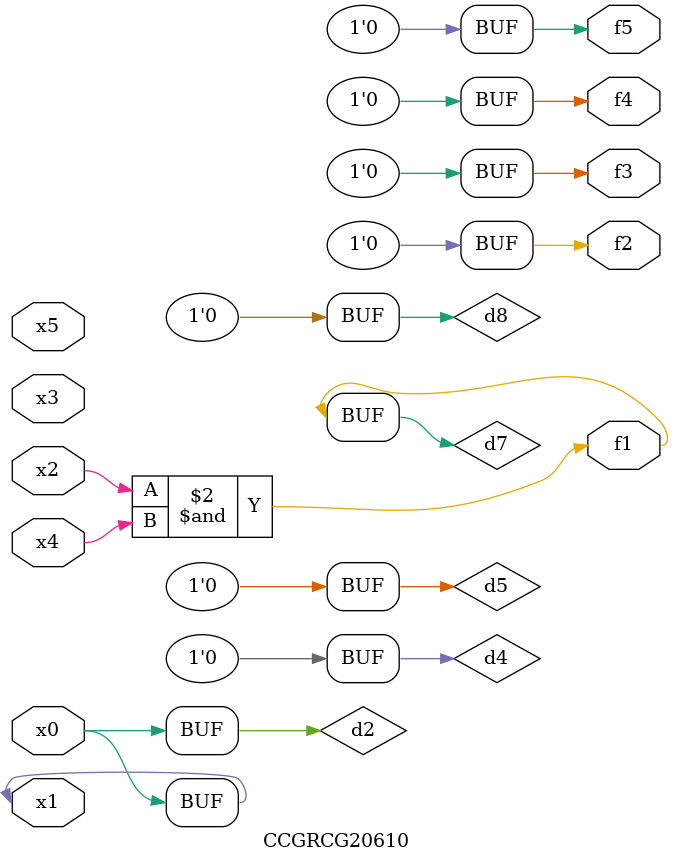
<source format=v>
module CCGRCG20610(
	input x0, x1, x2, x3, x4, x5,
	output f1, f2, f3, f4, f5
);

	wire d1, d2, d3, d4, d5, d6, d7, d8, d9;

	nand (d1, x1);
	buf (d2, x0, x1);
	nand (d3, x2, x4);
	and (d4, d1, d2);
	and (d5, d1, d2);
	nand (d6, d1, d3);
	not (d7, d3);
	xor (d8, d5);
	nor (d9, d5, d6);
	assign f1 = d7;
	assign f2 = d8;
	assign f3 = d8;
	assign f4 = d8;
	assign f5 = d8;
endmodule

</source>
